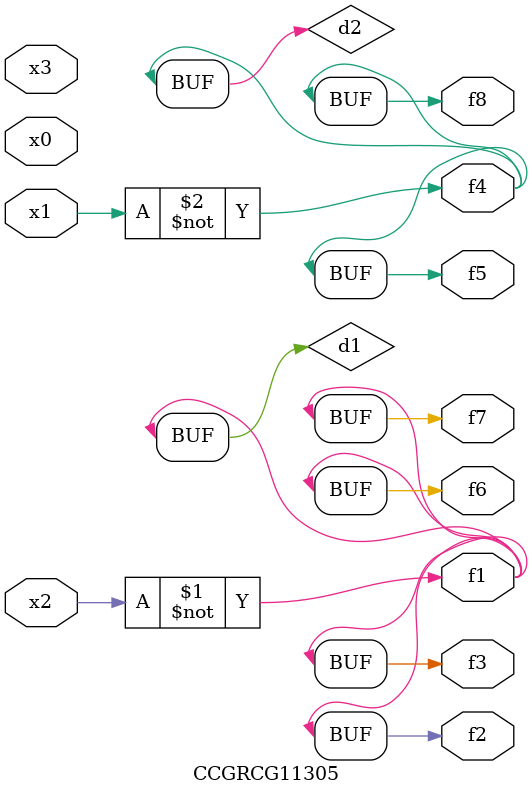
<source format=v>
module CCGRCG11305(
	input x0, x1, x2, x3,
	output f1, f2, f3, f4, f5, f6, f7, f8
);

	wire d1, d2;

	xnor (d1, x2);
	not (d2, x1);
	assign f1 = d1;
	assign f2 = d1;
	assign f3 = d1;
	assign f4 = d2;
	assign f5 = d2;
	assign f6 = d1;
	assign f7 = d1;
	assign f8 = d2;
endmodule

</source>
